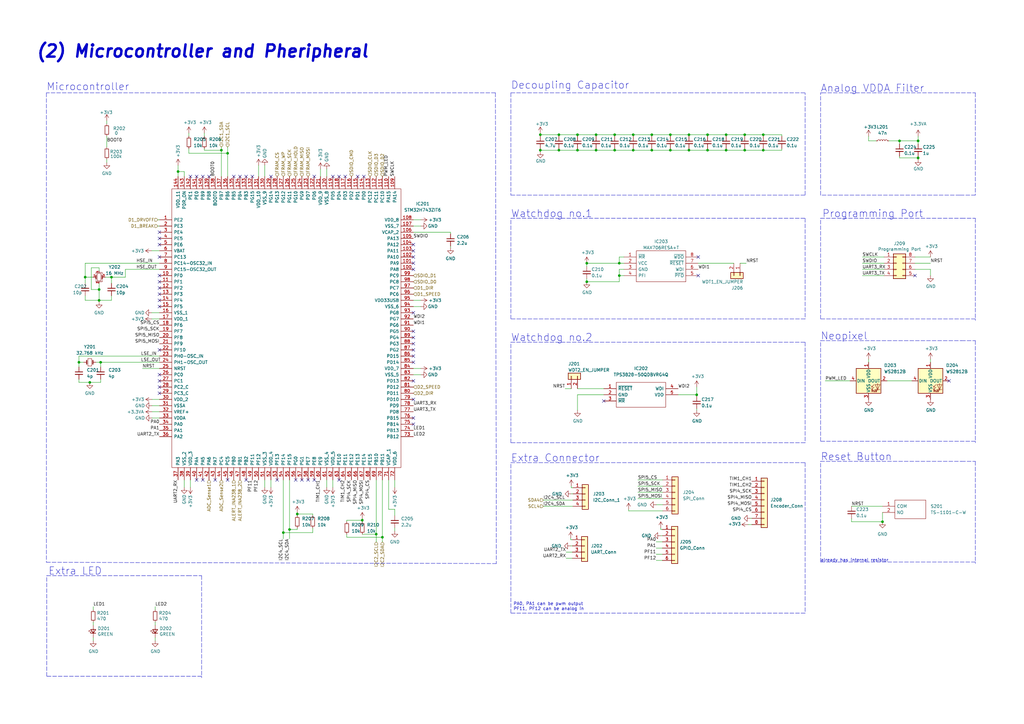
<source format=kicad_sch>
(kicad_sch (version 20211123) (generator eeschema)
  (paper "A3")
  (title_block (title "Power") (rev "REV1") (company "FIBO"))
  (junction (at 236.855 61.595))
  (junction (at 156.845 220.345))
  (junction (at 244.475 61.595))
  (junction (at 267.335 55.245))
  (junction (at 282.575 55.245))
  (junction (at 236.855 55.245))
  (junction (at 274.955 55.245))
  (junction (at 244.475 55.245))
  (junction (at 148.59 213.36))
  (junction (at 90.805 61.595))
  (junction (at 252.095 55.245))
  (junction (at 254 113.03))
  (junction (at 297.815 61.595))
  (junction (at 34.925 113.665))
  (junction (at 254 107.95))
  (junction (at 40.64 123.19))
  (junction (at 229.235 55.245))
  (junction (at 297.815 55.245))
  (junction (at 118.745 217.17))
  (junction (at 376.555 57.785))
  (junction (at 368.935 57.785))
  (junction (at 41.275 148.59))
  (junction (at 259.715 61.595))
  (junction (at 221.615 61.595))
  (junction (at 40.64 118.745))
  (junction (at 240.665 107.95))
  (junction (at 305.435 61.595))
  (junction (at 274.955 61.595))
  (junction (at 252.095 61.595))
  (junction (at 93.345 62.865))
  (junction (at 221.615 55.245))
  (junction (at 73.025 70.358))
  (junction (at 116.205 218.44))
  (junction (at 290.195 55.245))
  (junction (at 240.665 115.57))
  (junction (at 259.715 55.245))
  (junction (at 36.83 156.845))
  (junction (at 229.235 61.595))
  (junction (at 282.575 61.595))
  (junction (at 121.92 210.82))
  (junction (at 290.195 61.595))
  (junction (at 45.72 113.665))
  (junction (at 285.75 161.925))
  (junction (at 376.555 64.77))
  (junction (at 267.335 61.595))
  (junction (at 305.435 55.245))
  (junction (at 313.055 55.245))
  (junction (at 361.95 213.995))
  (junction (at 313.055 61.595))
  (junction (at 32.385 148.59))
  (junction (at 154.305 219.075))
  (no_connect (at 93.345 196.85))
  (no_connect (at 80.645 196.85))
  (no_connect (at 113.665 196.85))
  (no_connect (at 100.965 196.85))
  (no_connect (at 121.285 196.85))
  (no_connect (at 123.825 196.85))
  (no_connect (at 126.365 196.85))
  (no_connect (at 128.905 196.85))
  (no_connect (at 139.065 196.85))
  (no_connect (at 286.385 113.03))
  (no_connect (at 286.385 105.41))
  (no_connect (at 65.405 161.29))
  (no_connect (at 65.405 158.75))
  (no_connect (at 65.405 156.21))
  (no_connect (at 65.405 153.67))
  (no_connect (at 65.405 125.73))
  (no_connect (at 65.405 143.51))
  (no_connect (at 65.405 123.19))
  (no_connect (at 65.405 120.65))
  (no_connect (at 65.405 118.11))
  (no_connect (at 65.405 115.57))
  (no_connect (at 65.405 113.03))
  (no_connect (at 78.105 72.39))
  (no_connect (at 80.645 72.39))
  (no_connect (at 83.185 72.39))
  (no_connect (at 85.725 72.39))
  (no_connect (at 65.405 105.41))
  (no_connect (at 65.405 100.33))
  (no_connect (at 65.405 97.79))
  (no_connect (at 65.405 95.25))
  (no_connect (at 103.505 72.39))
  (no_connect (at 169.545 143.51))
  (no_connect (at 169.545 140.97))
  (no_connect (at 247.65 164.465))
  (no_connect (at 111.125 72.39))
  (no_connect (at 128.905 72.39))
  (no_connect (at 136.525 72.39))
  (no_connect (at 139.065 72.39))
  (no_connect (at 141.605 72.39))
  (no_connect (at 146.685 72.39))
  (no_connect (at 149.225 72.39))
  (no_connect (at 169.545 100.33))
  (no_connect (at 169.545 102.87))
  (no_connect (at 169.545 105.41))
  (no_connect (at 169.545 107.95))
  (no_connect (at 169.545 148.59))
  (no_connect (at 169.545 110.49))
  (no_connect (at 169.545 128.27))
  (no_connect (at 169.545 135.89))
  (no_connect (at 169.545 138.43))
  (no_connect (at 169.545 146.05))
  (no_connect (at 169.545 156.21))
  (no_connect (at 169.545 163.83))
  (no_connect (at 169.545 171.45))
  (no_connect (at 169.545 173.99))
  (no_connect (at 375.285 113.03))
  (no_connect (at 100.965 72.39))
  (no_connect (at 98.425 72.39))
  (no_connect (at 95.885 72.39))
  (no_connect (at 83.185 196.85))
  (no_connect (at 88.265 196.85))
  (no_connect (at 389.255 156.21))
  (wire (pts (xy 356.235 147.32) (xy 356.235 148.59)))
  (wire (pts (xy 236.855 55.245) (xy 236.855 55.88)))
  (wire (pts (xy 271.018 219.71) (xy 271.653 219.71)))
  (wire (pts (xy 305.435 61.595) (xy 313.055 61.595)))
  (wire (pts (xy 234.061 223.901) (xy 234.696 223.901)))
  (wire (pts (xy 271.018 216.535) (xy 271.018 217.17)))
  (wire (pts (xy 83.82 60.96) (xy 83.82 61.595)))
  (wire (pts (xy 252.095 60.96) (xy 252.095 61.595)))
  (wire (pts (xy 133.985 199.898) (xy 133.985 196.85)))
  (wire (pts (xy 349.25 213.995) (xy 361.95 213.995)))
  (wire (pts (xy 116.205 218.44) (xy 128.27 218.44)))
  (wire (pts (xy 62.23 130.81) (xy 65.405 130.81)))
  (polyline (pts (xy 400.05 114.935) (xy 400.05 131.445)))
  (wire (pts (xy 269.113 222.25) (xy 271.653 222.25)))
  (wire (pts (xy 221.615 60.96) (xy 221.615 61.595)))
  (wire (pts (xy 254 115.57) (xy 240.665 115.57)))
  (wire (pts (xy 240.665 114.3) (xy 240.665 115.57)))
  (wire (pts (xy 34.925 121.285) (xy 34.925 123.19)))
  (polyline (pts (xy 330.2 130.81) (xy 209.55 130.81)))
  (wire (pts (xy 41.275 148.59) (xy 41.275 150.495)))
  (wire (pts (xy 356.235 55.88) (xy 356.235 57.785)))
  (wire (pts (xy 154.305 196.85) (xy 154.305 219.075)))
  (wire (pts (xy 78.105 199.898) (xy 78.105 196.85)))
  (wire (pts (xy 261.62 196.85) (xy 271.78 196.85)))
  (polyline (pts (xy 400.05 139.7) (xy 400.05 165.1)))
  (wire (pts (xy 261.62 204.47) (xy 271.78 204.47)))
  (polyline (pts (xy 394.335 89.535) (xy 400.05 89.535)))
  (wire (pts (xy 221.615 61.595) (xy 229.235 61.595)))
  (wire (pts (xy 306.07 107.95) (xy 303.53 107.95)))
  (wire (pts (xy 376.555 64.77) (xy 376.555 65.405)))
  (wire (pts (xy 172.593 123.19) (xy 169.545 123.19)))
  (wire (pts (xy 45.72 113.665) (xy 51.435 113.665)))
  (wire (pts (xy 244.475 55.245) (xy 252.095 55.245)))
  (wire (pts (xy 83.82 61.595) (xy 90.805 61.595)))
  (polyline (pts (xy 400.05 130.81) (xy 336.55 130.81)))
  (wire (pts (xy 159.385 208.915) (xy 161.925 208.915)))
  (wire (pts (xy 305.435 55.245) (xy 305.435 55.88)))
  (wire (pts (xy 121.92 216.535) (xy 121.92 217.17)))
  (polyline (pts (xy 400.05 89.535) (xy 400.05 114.935)))
  (wire (pts (xy 320.675 55.245) (xy 320.675 55.88)))
  (wire (pts (xy 286.385 107.95) (xy 300.99 107.95)))
  (wire (pts (xy 34.925 113.665) (xy 34.925 107.95)))
  (wire (pts (xy 313.055 60.96) (xy 313.055 61.595)))
  (polyline (pts (xy 330.2 89.535) (xy 330.2 130.81)))
  (wire (pts (xy 77.47 54.61) (xy 77.47 55.88)))
  (wire (pts (xy 274.955 55.245) (xy 274.955 55.88)))
  (wire (pts (xy 353.695 110.49) (xy 362.585 110.49)))
  (polyline (pts (xy 400.05 189.23) (xy 400.05 214.63)))
  (wire (pts (xy 172.593 153.67) (xy 169.545 153.67)))
  (wire (pts (xy 62.23 128.27) (xy 65.405 128.27)))
  (wire (pts (xy 73.025 70.358) (xy 73.025 72.39)))
  (wire (pts (xy 348.615 156.21) (xy 338.455 156.21)))
  (wire (pts (xy 254 113.03) (xy 254 115.57)))
  (wire (pts (xy 229.235 61.595) (xy 236.855 61.595)))
  (wire (pts (xy 159.385 196.85) (xy 159.385 208.915)))
  (wire (pts (xy 32.385 146.05) (xy 65.405 146.05)))
  (polyline (pts (xy 19.05 38.1) (xy 19.05 230.632)))
  (wire (pts (xy 32.385 148.59) (xy 32.385 146.05)))
  (wire (pts (xy 142.24 213.36) (xy 148.59 213.36)))
  (wire (pts (xy 32.385 150.495) (xy 32.385 148.59)))
  (wire (pts (xy 236.855 60.96) (xy 236.855 61.595)))
  (wire (pts (xy 363.855 156.21) (xy 374.015 156.21)))
  (wire (pts (xy 142.24 213.995) (xy 142.24 213.36)))
  (wire (pts (xy 64.77 90.17) (xy 65.405 90.17)))
  (wire (pts (xy 290.195 55.245) (xy 290.195 55.88)))
  (polyline (pts (xy 209.55 181.61) (xy 209.55 140.335)))
  (wire (pts (xy 361.95 210.185) (xy 361.95 213.995)))
  (wire (pts (xy 116.205 220.98) (xy 116.205 218.44)))
  (wire (pts (xy 236.855 159.385) (xy 247.65 159.385)))
  (wire (pts (xy 63.627 262.763) (xy 63.627 261.493)))
  (wire (pts (xy 236.855 55.245) (xy 244.475 55.245)))
  (wire (pts (xy 40.64 123.19) (xy 45.72 123.19)))
  (wire (pts (xy 282.575 55.245) (xy 290.195 55.245)))
  (wire (pts (xy 368.935 57.785) (xy 376.555 57.785)))
  (wire (pts (xy 121.92 210.82) (xy 121.92 211.455)))
  (wire (pts (xy 232.156 226.441) (xy 234.696 226.441)))
  (wire (pts (xy 40.64 118.745) (xy 37.465 118.745)))
  (wire (pts (xy 37.465 118.745) (xy 37.465 109.855)))
  (wire (pts (xy 34.925 107.95) (xy 65.405 107.95)))
  (wire (pts (xy 269.113 227.33) (xy 271.653 227.33)))
  (wire (pts (xy 172.593 92.71) (xy 169.545 92.71)))
  (wire (pts (xy 45.72 123.19) (xy 45.72 121.285)))
  (wire (pts (xy 43.815 49.53) (xy 43.815 50.8)))
  (wire (pts (xy 290.195 55.245) (xy 297.815 55.245)))
  (polyline (pts (xy 400.05 63.5) (xy 400.05 80.01)))
  (wire (pts (xy 90.805 61.595) (xy 90.805 72.39)))
  (wire (pts (xy 274.955 60.96) (xy 274.955 61.595)))
  (wire (pts (xy 274.955 55.245) (xy 282.575 55.245)))
  (wire (pts (xy 34.925 116.205) (xy 34.925 113.665)))
  (wire (pts (xy 63.627 256.413) (xy 63.627 255.143)))
  (wire (pts (xy 156.845 222.25) (xy 156.845 220.345)))
  (wire (pts (xy 364.49 57.785) (xy 368.935 57.785)))
  (wire (pts (xy 353.695 105.41) (xy 362.585 105.41)))
  (wire (pts (xy 62.357 166.37) (xy 65.405 166.37)))
  (wire (pts (xy 381.635 107.95) (xy 375.285 107.95)))
  (wire (pts (xy 38.227 262.763) (xy 38.227 261.493)))
  (wire (pts (xy 118.745 220.98) (xy 118.745 217.17)))
  (wire (pts (xy 64.77 92.71) (xy 65.405 92.71)))
  (polyline (pts (xy 336.55 230.505) (xy 336.55 189.23)))
  (wire (pts (xy 271.653 217.17) (xy 271.018 217.17)))
  (wire (pts (xy 121.92 210.185) (xy 121.92 210.82)))
  (polyline (pts (xy 209.55 130.81) (xy 209.55 89.535)))
  (wire (pts (xy 261.62 199.39) (xy 271.78 199.39)))
  (wire (pts (xy 39.37 148.59) (xy 41.275 148.59)))
  (polyline (pts (xy 330.2 189.738) (xy 330.2 251.46)))
  (wire (pts (xy 62.23 102.87) (xy 65.405 102.87)))
  (wire (pts (xy 40.64 109.855) (xy 40.64 111.125)))
  (wire (pts (xy 297.815 55.245) (xy 297.815 55.88)))
  (wire (pts (xy 75.565 72.39) (xy 75.565 70.358)))
  (wire (pts (xy 362.585 113.03) (xy 353.695 113.03)))
  (wire (pts (xy 252.095 61.595) (xy 259.715 61.595)))
  (wire (pts (xy 108.585 199.898) (xy 108.585 196.85)))
  (wire (pts (xy 297.815 61.595) (xy 305.435 61.595)))
  (polyline (pts (xy 400.05 214.63) (xy 400.05 231.14)))
  (wire (pts (xy 229.235 55.245) (xy 229.235 55.88)))
  (wire (pts (xy 259.715 55.245) (xy 259.715 55.88)))
  (wire (pts (xy 259.715 61.595) (xy 267.335 61.595)))
  (wire (pts (xy 161.925 216.535) (xy 161.925 217.805)))
  (wire (pts (xy 128.27 210.82) (xy 128.27 211.455)))
  (wire (pts (xy 282.575 55.245) (xy 282.575 55.88)))
  (polyline (pts (xy 337.185 38.1) (xy 394.335 38.1)))
  (wire (pts (xy 349.25 207.645) (xy 361.95 207.645)))
  (wire (pts (xy 305.435 55.245) (xy 313.055 55.245)))
  (wire (pts (xy 161.925 208.915) (xy 161.925 211.455)))
  (polyline (pts (xy 336.55 130.81) (xy 336.55 89.535)))
  (wire (pts (xy 254 105.41) (xy 254 107.95)))
  (polyline (pts (xy 209.55 189.738) (xy 330.2 189.738)))
  (wire (pts (xy 254 107.95) (xy 255.905 107.95)))
  (wire (pts (xy 73.025 67.818) (xy 73.025 70.358)))
  (polyline (pts (xy 400.05 165.1) (xy 400.05 181.61)))
  (wire (pts (xy 161.925 199.898) (xy 161.925 196.85)))
  (wire (pts (xy 285.75 167.64) (xy 285.75 168.275)))
  (wire (pts (xy 257.81 209.55) (xy 271.78 209.55)))
  (wire (pts (xy 290.195 61.595) (xy 297.815 61.595)))
  (wire (pts (xy 229.235 55.245) (xy 236.855 55.245)))
  (wire (pts (xy 306.832 215.138) (xy 308.356 215.138)))
  (wire (pts (xy 244.475 61.595) (xy 252.095 61.595)))
  (wire (pts (xy 376.555 55.88) (xy 376.555 57.785)))
  (wire (pts (xy 269.24 207.01) (xy 271.78 207.01)))
  (wire (pts (xy 381.635 147.32) (xy 381.635 148.59)))
  (wire (pts (xy 257.81 208.915) (xy 257.81 209.55)))
  (wire (pts (xy 43.18 113.665) (xy 45.72 113.665)))
  (wire (pts (xy 106.045 67.818) (xy 106.045 72.39)))
  (wire (pts (xy 282.575 61.595) (xy 290.195 61.595)))
  (polyline (pts (xy 76.962 236.093) (xy 82.677 236.093)))
  (wire (pts (xy 172.593 125.73) (xy 169.545 125.73)))
  (wire (pts (xy 169.545 95.25) (xy 184.785 95.25)))
  (polyline (pts (xy 336.55 38.1) (xy 337.185 38.1)))
  (wire (pts (xy 41.275 155.575) (xy 41.275 156.845)))
  (polyline (pts (xy 19.177 236.093) (xy 76.962 236.093)))
  (wire (pts (xy 172.593 90.17) (xy 169.545 90.17)))
  (wire (pts (xy 313.055 55.245) (xy 320.675 55.245)))
  (wire (pts (xy 222.885 205.105) (xy 234.95 205.105)))
  (wire (pts (xy 45.72 113.665) (xy 45.72 116.205)))
  (wire (pts (xy 349.25 212.725) (xy 349.25 213.995)))
  (wire (pts (xy 34.925 113.665) (xy 38.1 113.665)))
  (wire (pts (xy 40.64 116.205) (xy 40.64 118.745)))
  (wire (pts (xy 62.357 168.91) (xy 65.405 168.91)))
  (wire (pts (xy 142.24 220.345) (xy 156.845 220.345)))
  (wire (pts (xy 234.696 221.361) (xy 234.061 221.361)))
  (wire (pts (xy 111.125 199.898) (xy 111.125 196.85)))
  (wire (pts (xy 34.925 123.19) (xy 40.64 123.19)))
  (wire (pts (xy 240.665 107.95) (xy 254 107.95)))
  (wire (pts (xy 154.305 222.25) (xy 154.305 219.075)))
  (wire (pts (xy 221.615 55.245) (xy 229.235 55.245)))
  (wire (pts (xy 236.855 61.595) (xy 244.475 61.595)))
  (polyline (pts (xy 336.55 189.23) (xy 394.335 189.23)))
  (wire (pts (xy 236.855 161.925) (xy 236.855 168.275)))
  (polyline (pts (xy 209.55 38.1) (xy 330.2 38.1)))
  (wire (pts (xy 240.665 107.95) (xy 240.665 109.22)))
  (wire (pts (xy 282.575 60.96) (xy 282.575 61.595)))
  (wire (pts (xy 254 110.49) (xy 254 113.03)))
  (wire (pts (xy 269.113 224.79) (xy 271.653 224.79)))
  (wire (pts (xy 278.13 161.925) (xy 285.75 161.925)))
  (wire (pts (xy 261.62 201.93) (xy 271.78 201.93)))
  (wire (pts (xy 368.935 57.785) (xy 368.935 59.055)))
  (wire (pts (xy 221.615 54.61) (xy 221.615 55.245)))
  (polyline (pts (xy 330.2 140.335) (xy 330.2 181.61)))
  (wire (pts (xy 184.785 95.25) (xy 184.785 95.885)))
  (wire (pts (xy 234.315 199.39) (xy 234.315 200.025)))
  (wire (pts (xy 375.285 110.49) (xy 381.635 110.49)))
  (wire (pts (xy 376.555 64.77) (xy 368.935 64.77)))
  (wire (pts (xy 172.593 151.13) (xy 169.545 151.13)))
  (polyline (pts (xy 400.05 80.01) (xy 393.7 80.01)))
  (polyline (pts (xy 203.2 38.1) (xy 19.05 38.1)))
  (wire (pts (xy 267.335 55.245) (xy 274.955 55.245)))
  (wire (pts (xy 252.095 55.245) (xy 252.095 55.88)))
  (wire (pts (xy 229.235 60.96) (xy 229.235 61.595)))
  (wire (pts (xy 62.357 163.83) (xy 65.405 163.83)))
  (wire (pts (xy 234.061 220.726) (xy 234.061 221.361)))
  (wire (pts (xy 51.435 113.665) (xy 51.435 110.49)))
  (wire (pts (xy 32.385 155.575) (xy 32.385 156.845)))
  (wire (pts (xy 297.815 55.245) (xy 305.435 55.245)))
  (polyline (pts (xy 82.677 236.093) (xy 82.677 261.493)))
  (wire (pts (xy 247.65 161.925) (xy 236.855 161.925)))
  (wire (pts (xy 356.235 57.785) (xy 359.41 57.785)))
  (wire (pts (xy 40.64 123.19) (xy 40.64 123.825)))
  (wire (pts (xy 38.227 256.413) (xy 38.227 255.143)))
  (wire (pts (xy 313.055 61.595) (xy 320.675 61.595)))
  (wire (pts (xy 75.565 70.358) (xy 73.025 70.358)))
  (polyline (pts (xy 330.2 80.01) (xy 330.2 38.1)))
  (wire (pts (xy 259.715 55.245) (xy 267.335 55.245)))
  (wire (pts (xy 255.905 105.41) (xy 254 105.41)))
  (polyline (pts (xy 336.55 180.975) (xy 336.55 139.7)))
  (wire (pts (xy 234.315 202.565) (xy 234.95 202.565)))
  (polyline (pts (xy 400.05 38.1) (xy 400.05 63.5)))
  (wire (pts (xy 313.055 55.245) (xy 313.055 55.88)))
  (wire (pts (xy 232.156 228.981) (xy 234.696 228.981)))
  (polyline (pts (xy 400.05 180.975) (xy 336.55 180.975)))
  (wire (pts (xy 51.435 110.49) (xy 65.405 110.49)))
  (wire (pts (xy 43.815 55.88) (xy 43.815 60.325)))
  (wire (pts (xy 118.745 196.85) (xy 118.745 217.17)))
  (wire (pts (xy 75.565 199.898) (xy 75.565 196.85)))
  (wire (pts (xy 255.905 110.49) (xy 254 110.49)))
  (polyline (pts (xy 209.55 89.535) (xy 330.2 89.535)))
  (polyline (pts (xy 82.677 261.493) (xy 82.677 278.003)))
  (wire (pts (xy 62.357 171.45) (xy 65.405 171.45)))
  (polyline (pts (xy 330.2 181.61) (xy 209.55 181.61)))
  (polyline (pts (xy 19.177 277.368) (xy 19.177 236.093)))
  (wire (pts (xy 244.475 60.96) (xy 244.475 61.595)))
  (wire (pts (xy 267.335 55.245) (xy 267.335 55.88)))
  (polyline (pts (xy 330.2 251.46) (xy 209.55 251.46)))
  (polyline (pts (xy 394.335 139.7) (xy 400.05 139.7)))
  (wire (pts (xy 376.555 64.135) (xy 376.555 64.77)))
  (wire (pts (xy 108.585 67.818) (xy 108.585 72.39)))
  (wire (pts (xy 222.885 207.645) (xy 234.95 207.645)))
  (wire (pts (xy 285.75 161.925) (xy 285.75 158.75)))
  (polyline (pts (xy 336.55 89.535) (xy 394.335 89.535)))
  (wire (pts (xy 136.525 199.898) (xy 136.525 196.85)))
  (wire (pts (xy 142.24 219.075) (xy 142.24 220.345)))
  (wire (pts (xy 43.815 65.405) (xy 43.815 66.675)))
  (polyline (pts (xy 82.677 277.368) (xy 19.177 277.368)))
  (polyline (pts (xy 209.55 80.01) (xy 330.2 80.01)))
  (wire (pts (xy 305.435 60.96) (xy 305.435 61.595)))
  (wire (pts (xy 128.27 216.535) (xy 128.27 218.44)))
  (wire (pts (xy 37.465 109.855) (xy 40.64 109.855)))
  (wire (pts (xy 93.345 60.325) (xy 93.345 62.865)))
  (wire (pts (xy 267.335 60.96) (xy 267.335 61.595)))
  (wire (pts (xy 221.615 61.595) (xy 221.615 62.23)))
  (wire (pts (xy 234.315 159.385) (xy 231.775 159.385)))
  (wire (pts (xy 297.815 60.96) (xy 297.815 61.595)))
  (wire (pts (xy 148.59 213.36) (xy 148.59 213.995)))
  (wire (pts (xy 63.627 250.063) (xy 63.627 248.793)))
  (wire (pts (xy 133.985 69.342) (xy 133.985 72.39)))
  (wire (pts (xy 362.585 107.95) (xy 353.695 107.95)))
  (wire (pts (xy 376.555 57.785) (xy 376.555 59.055)))
  (wire (pts (xy 368.935 64.77) (xy 368.935 64.135)))
  (polyline (pts (xy 336.55 139.7) (xy 394.335 139.7)))
  (wire (pts (xy 148.59 212.725) (xy 148.59 213.36)))
  (wire (pts (xy 38.227 250.063) (xy 38.227 248.793)))
  (wire (pts (xy 93.345 62.865) (xy 93.345 72.39)))
  (wire (pts (xy 116.205 196.85) (xy 116.205 218.44)))
  (wire (pts (xy 41.275 156.845) (xy 36.83 156.845)))
  (wire (pts (xy 156.845 196.85) (xy 156.845 220.345)))
  (wire (pts (xy 252.095 55.245) (xy 259.715 55.245)))
  (polyline (pts (xy 19.05 230.632) (xy 203.581 231.14)))
  (wire (pts (xy 41.275 148.59) (xy 65.405 148.59)))
  (polyline (pts (xy 209.55 251.46) (xy 209.55 189.738)))
  (wire (pts (xy 320.675 61.595) (xy 320.675 60.96)))
  (polyline (pts (xy 209.55 38.1) (xy 209.55 80.01)))
  (wire (pts (xy 131.445 69.342) (xy 131.445 72.39)))
  (wire (pts (xy 259.715 60.96) (xy 259.715 61.595)))
  (wire (pts (xy 269.113 229.87) (xy 271.653 229.87)))
  (wire (pts (xy 234.95 200.025) (xy 234.315 200.025)))
  (wire (pts (xy 77.47 60.96) (xy 77.47 62.865)))
  (wire (pts (xy 307.721 212.598) (xy 308.356 212.598)))
  (wire (pts (xy 121.92 217.17) (xy 118.745 217.17)))
  (wire (pts (xy 184.785 100.965) (xy 184.785 101.6)))
  (wire (pts (xy 77.47 62.865) (xy 93.345 62.865)))
  (wire (pts (xy 267.335 61.595) (xy 274.955 61.595)))
  (wire (pts (xy 40.64 118.745) (xy 40.64 123.19)))
  (polyline (pts (xy 336.55 80.01) (xy 336.55 38.1)))
  (wire (pts (xy 381.635 110.49) (xy 381.635 113.03)))
  (wire (pts (xy 221.615 55.245) (xy 221.615 55.88)))
  (wire (pts (xy 244.475 55.245) (xy 244.475 55.88)))
  (polyline (pts (xy 400.05 230.505) (xy 336.55 230.505)))
  (wire (pts (xy 83.82 54.61) (xy 83.82 55.88)))
  (wire (pts (xy 290.195 60.96) (xy 290.195 61.595)))
  (wire (pts (xy 121.92 210.82) (xy 128.27 210.82)))
  (wire (pts (xy 381.635 105.41) (xy 375.285 105.41)))
  (wire (pts (xy 32.385 156.845) (xy 36.83 156.845)))
  (polyline (pts (xy 209.55 140.335) (xy 330.2 140.335)))
  (polyline (pts (xy 394.335 189.23) (xy 400.05 189.23)))
  (polyline (pts (xy 394.335 38.1) (xy 400.05 38.1)))
  (wire (pts (xy 254 113.03) (xy 255.905 113.03)))
  (wire (pts (xy 32.385 148.59) (xy 34.29 148.59)))
  (wire (pts (xy 274.955 61.595) (xy 282.575 61.595)))
  (polyline (pts (xy 393.7 80.01) (xy 336.55 80.01)))
  (wire (pts (xy 148.59 219.075) (xy 154.305 219.075)))
  (wire (pts (xy 90.805 60.325) (xy 90.805 61.595)))
  (wire (pts (xy 285.75 161.925) (xy 285.75 162.56)))
  (wire (pts (xy 58.42 151.13) (xy 65.405 151.13)))
  (polyline (pts (xy 203.2 38.1) (xy 203.581 231.14)))
  (text "Neopixel" (at 336.55 139.7 0) (effects (font (size 3 3)) (justify left bottom)))
  (text "Microcontroller\n" (at 19.05 37.465 0) (effects (font (size 3 3)) (justify left bottom)))
  (text "PA0, PA1 can be pwm output\nPF11, PF12 can be analog in" (at 210.566 250.571 0) (effects (font (size 1.27 1.27)) (justify left bottom)))
  (text "Watchdog no.2" (at 209.55 140.335 0) (effects (font (size 3 3)) (justify left bottom)))
  (text "Extra LED\n" (at 19.812 236.093 0) (effects (font (size 3 3)) (justify left bottom)))
  (text "Analog VDDA Filter" (at 336.55 38.1 0) (effects (font (size 3 3)) (justify left bottom)))
  (text "Watchdog no.1" (at 209.55 89.535 0) (effects (font (size 3 3)) (justify left bottom)))
  (text "Reset Button\n" (at 336.55 189.23 0) (effects (font (size 3 3)) (justify left bottom)))
  (text "already has internal resistor" (at 336.55 230.632 0) (effects (font (size 1.27 1.27)) (justify left bottom)))
  (text "Programming Port" (at 337.185 89.535 0) (effects (font (size 3 3)) (justify left bottom)))
  (text "Decoupling Capacitor\n" (at 209.55 36.83 0) (effects (font (size 3 3)) (justify left bottom)))
  (text "(2) Microcontroller and Pheripheral" (at 14.605 24.13 0) (effects (font (size 5 5) (thickness 1) bold italic) (justify left bottom)))
  (text "Extra Connector" (at 209.55 189.738 0) (effects (font (size 3 3)) (justify left bottom)))
  (label "LSE_IN" (at 57.785 146.05 0))
  (label "SPI5_SCK" (at 261.62 199.39 0))
  (label "PF12" (at 269.113 229.87 180))
  (label "SPI4_MISO" (at 146.685 196.85 270))
  (label "UART3_TX" (at 169.545 168.91 0))
  (label "SPI5_CS" (at 65.405 133.35 180))
  (label "I2C4_SDA" (at 118.745 220.98 270))
  (label "BOOT0" (at 43.815 58.42 0))
  (label "SWCLK" (at 161.925 72.39 90))
  (label "WDI2" (at 169.545 130.81 0))
  (label "UART2_TX" (at 65.405 179.07 180))
  (label "SWDIO" (at 353.695 107.95 0))
  (label "TIM1_CH1" (at 308.356 197.358 180))
  (label "I2C4_SCL" (at 116.205 220.98 270))
  (label "SPI5_SCK" (at 65.405 135.89 180))
  (label "UART3_TX" (at 353.695 113.03 0))
  (label "SPI4_CS" (at 308.356 210.058 180))
  (label "PA1" (at 269.113 224.79 180))
  (label "UART2_RX" (at 232.156 228.981 180))
  (label "WDI2" (at 278.13 159.385 0))
  (label "TIM1_CH1" (at 131.445 196.85 270))
  (label "SPI4_CS" (at 151.765 196.85 270))
  (label "PWM_LED" (at 159.385 72.39 90))
  (label "SPI4_MOSI" (at 149.225 196.85 270))
  (label "WDI1" (at 286.385 110.49 0))
  (label "NRST" (at 306.07 107.95 0))
  (label "TIM1_CH2" (at 141.605 196.85 270))
  (label "UART3_RX" (at 353.695 110.49 0))
  (label "SPI4_SCK" (at 144.145 196.85 270))
  (label "WDI1" (at 169.545 133.35 0))
  (label "SWDIO" (at 169.545 97.79 0))
  (label "PF12" (at 106.045 196.85 270))
  (label "LSE_OUT" (at 57.785 148.59 0))
  (label "I2C4_SCL" (at 231.775 205.105 180))
  (label "PF11" (at 269.113 227.33 180))
  (label "UART2_RX" (at 73.025 196.85 270))
  (label "NRST" (at 349.25 207.645 0))
  (label "NRST" (at 381.635 107.95 0))
  (label "SWCLK" (at 353.695 105.41 0))
  (label "LED2" (at 63.627 248.793 0))
  (label "PF11" (at 103.505 196.85 270))
  (label "SPI5_CS" (at 261.62 196.85 0))
  (label "SPI4_MISO" (at 308.356 204.978 180))
  (label "BOOT0" (at 88.265 72.39 90))
  (label "SPI4_MOSI" (at 308.356 207.518 180))
  (label "HSE_OUT" (at 55.88 110.49 0))
  (label "UART2_TX" (at 232.156 226.441 180))
  (label "PA0" (at 269.113 222.25 180))
  (label "SPI5_MISO" (at 65.405 138.43 180))
  (label "SPI5_MISO" (at 261.62 201.93 0))
  (label "SPI5_MOSI" (at 261.62 204.47 0))
  (label "PA0" (at 65.405 173.99 180))
  (label "NRST" (at 58.42 151.13 0))
  (label "NRST" (at 231.775 159.385 180))
  (label "LED2" (at 169.545 179.07 0))
  (label "TIM1_CH2" (at 308.356 199.898 180))
  (label "LED1" (at 38.227 248.793 0))
  (label "I2C4_SDA" (at 231.775 207.645 180))
  (label "PA1" (at 65.405 176.53 180))
  (label "SPI4_SCK" (at 308.356 202.438 180))
  (label "PWM_LED" (at 338.455 156.21 0))
  (label "UART3_RX" (at 169.545 166.37 0))
  (label "HSE_IN" (at 55.88 107.95 0))
  (label "LED1" (at 169.545 176.53 0))
  (label "SPI5_MOSI" (at 65.405 140.97 180))
  (hierarchical_label "FRAM_WP" (shape input) (at 116.205 72.39 90))
  (hierarchical_label "SDIO_CMD" (shape input) (at 144.145 72.39 90))
  (hierarchical_label "SDIO_D2" (shape input) (at 156.845 72.39 90))
  (hierarchical_label "ALERT_INA238_1" (shape input) (at 95.885 196.85 270))
  (hierarchical_label "SDIO_D1" (shape input) (at 169.545 113.03 0))
  (hierarchical_label "D1_DRVOFF" (shape input) (at 64.77 90.17 180))
  (hierarchical_label "SCL4" (shape input) (at 222.885 207.645 180))
  (hierarchical_label "ADC_Sense2" (shape input) (at 90.805 196.85 270))
  (hierarchical_label "I2C1_SCL" (shape input) (at 93.345 60.325 90))
  (hierarchical_label "FRAM_SCK" (shape input) (at 118.745 72.39 90))
  (hierarchical_label "FRAM_HOLD" (shape input) (at 121.285 72.39 90))
  (hierarchical_label "SDIO_D3" (shape input) (at 154.305 72.39 90))
  (hierarchical_label "FRAM_CS" (shape input) (at 113.665 72.39 90))
  (hierarchical_label "ALERT_INA238_2" (shape input) (at 98.425 196.85 270))
  (hierarchical_label "SDIO_D0" (shape input) (at 169.545 115.57 0))
  (hierarchical_label "I2C2_SDA" (shape input) (at 156.845 222.25 270))
  (hierarchical_label "D1_DIR" (shape input) (at 169.545 118.11 0))
  (hierarchical_label "FRAM_MOSI" (shape input) (at 126.365 72.39 90))
  (hierarchical_label "D2_DIR" (shape input) (at 169.545 161.29 0))
  (hierarchical_label "SDIO_CLK" (shape input) (at 151.765 72.39 90))
  (hierarchical_label "D1_BREAK" (shape input) (at 64.77 92.71 180))
  (hierarchical_label "D1_SPEED" (shape input) (at 169.545 120.65 0))
  (hierarchical_label "D2_SPEED" (shape input) (at 169.545 158.75 0))
  (hierarchical_label "FRAM_MISO" (shape input) (at 123.825 72.39 90))
  (hierarchical_label "SDA4" (shape input) (at 222.885 205.105 180))
  (hierarchical_label "ADC_Sense1" (shape input) (at 85.725 196.85 270))
  (hierarchical_label "I2C1_SDA" (shape input) (at 90.805 60.325 90))
  (hierarchical_label "I2C2_SCL" (shape input) (at 154.305 222.25 270))
  (symbol (lib_id "power:GND") (at 62.23 128.27 270) (unit 1)
    (property "Reference" "#PWR0207" (effects hide))
    (property "Value" "GND" (at 55.245 128.27 90) (effects (justify left)))
  )
  (symbol (lib_id "SamacSys_Parts:MAX706RESA+T") (at 255.905 105.41 0) (unit 1)
    (property "Reference" "IC203" (at 271.145 99.06 0))
    (property "Value" "MAX706RESA+T" (at 271.145 101.6 0))
    (property "Footprint" "SamacSys_Parts:SOIC127P600X175-8N" (effects hide))
    (property "Datasheet" "https://pdfserv.maximintegrated.com/en/ds/MAX706AP-MAX708T.pdf" (effects hide))
    (property "Description" "MAXIM INTEGRATED PRODUCTS - MAX706RESA+T - MPU Supervisor, 1.2V-5.5V supply, Active-Low, Push-Pull reset, 200 ms delay/2.63V threshold, NSOIC-8" (effects hide))
    (property "Height" "1.75" (effects hide))
    (property "Manufacturer_Name" "Maxim Integrated" (effects hide))
    (property "Manufacturer_Part_Number" "MAX706RESA+T" (effects hide))
    (property "Mouser Part Number" "700-MAX706RESAT" (effects hide))
    (property "Mouser Price/Stock" "https://www.mouser.co.uk/ProductDetail/Maxim-Integrated/MAX706RESA%2bT?qs=ZlLWvsADX%2FmYLflDyxj85g%3D%3D" (effects hide))
  )
  (symbol (lib_id "Device:C_Small") (at 313.055 58.42 0) (unit 1)
    (property "Reference" "C221" (at 314.96 57.15 0) (effects (justify left)))
    (property "Value" "0.1u" (at 314.96 59.69 0) (effects (justify left)))
    (property "Footprint" "Capacitor_SMD:C_0603_1608Metric" (effects hide))
  )
  (symbol (lib_id "Device:Crystal_GND24_Small") (at 40.64 113.665 0) (unit 1)
    (property "Reference" "Y202" (at 46.99 109.5248 0))
    (property "Value" "16 MHz" (at 46.99 112.0648 0))
    (property "Footprint" "Crystal:Crystal_SMD_3225-4Pin_3.2x2.5mm" (effects hide))
  )
  (symbol (lib_id "power:+3.3V") (at 356.235 147.32 0) (unit 1)
    (property "Reference" "#PWR0116" (effects hide))
    (property "Value" "+3.3V" (at 356.616 142.9258 0))
  )
  (symbol (lib_id "power:+3.3V") (at 234.315 199.39 0) (unit 1)
    (property "Reference" "#PWR0242" (effects hide))
    (property "Value" "+3.3V" (at 234.696 194.9958 0))
  )
  (symbol (lib_id "power:GND") (at 63.627 262.763 0) (unit 1)
    (property "Reference" "#PWR0213" (effects hide))
    (property "Value" "GND" (at 63.754 267.1572 0))
  )
  (symbol (lib_id "power:GND") (at 356.235 163.83 0) (unit 1)
    (property "Reference" "#PWR0260" (effects hide))
    (property "Value" "GND" (at 356.362 168.2242 0))
  )
  (symbol (lib_id "LED:WS2812B") (at 356.235 156.21 0) (unit 1)
    (property "Reference" "D203" (at 362.585 149.86 0) (effects (justify left)))
    (property "Value" "WS2812B" (at 362.585 152.4 0) (effects (justify left)))
    (property "Footprint" "LED_SMD:LED_WS2812B_PLCC4_5.0x5.0mm_P3.2mm" (effects hide))
    (property "Datasheet" "https://cdn-shop.adafruit.com/datasheets/WS2812B.pdf" (effects hide))
  )
  (symbol (lib_id "power:GND") (at 234.061 223.901 270) (unit 1)
    (property "Reference" "#PWR0241" (effects hide))
    (property "Value" "GND" (at 230.251 223.9009 90) (effects (justify right)))
  )
  (symbol (lib_id "Device:C_Small") (at 290.195 58.42 0) (unit 1)
    (property "Reference" "C218" (at 292.1 57.15 0) (effects (justify left)))
    (property "Value" "0.1u" (at 292.1 59.69 0) (effects (justify left)))
    (property "Footprint" "Capacitor_SMD:C_0603_1608Metric" (effects hide))
  )
  (symbol (lib_id "power:GND") (at 236.855 168.275 0) (unit 1)
    (property "Reference" "#PWR0244" (effects hide))
    (property "Value" "GND" (at 236.982 172.6692 0))
  )
  (symbol (lib_id "power:GND") (at 62.357 166.37 270) (unit 1)
    (property "Reference" "#PWR0210" (effects hide))
    (property "Value" "GND" (at 55.372 166.37 90) (effects (justify left)))
  )
  (symbol (lib_id "LED:WS2812B") (at 381.635 156.21 0) (unit 1)
    (property "Reference" "D204" (at 387.985 149.86 0) (effects (justify left)))
    (property "Value" "WS2812B" (at 387.985 152.4 0) (effects (justify left)))
    (property "Footprint" "LED_SMD:LED_WS2812B_PLCC4_5.0x5.0mm_P3.2mm" (effects hide))
    (property "Datasheet" "https://cdn-shop.adafruit.com/datasheets/WS2812B.pdf" (effects hide))
  )
  (symbol (lib_id "power:+3.3VA") (at 376.555 55.88 0) (unit 1)
    (property "Reference" "#PWR0262" (effects hide))
    (property "Value" "+3.3VA" (at 376.555 50.8 0))
  )
  (symbol (lib_id "Device:C_Small") (at 229.235 58.42 0) (unit 1)
    (property "Reference" "C208" (at 231.14 57.15 0) (effects (justify left)))
    (property "Value" "0.1u" (at 231.14 59.69 0) (effects (justify left)))
    (property "Footprint" "Capacitor_SMD:C_0603_1608Metric" (effects hide))
  )
  (symbol (lib_id "power:+3.3V") (at 285.75 158.75 0) (unit 1)
    (property "Reference" "#PWR0251" (effects hide))
    (property "Value" "+3.3V" (at 286.131 154.3558 0))
  )
  (symbol (lib_id "Device:R_Small") (at 148.59 216.535 0) (unit 1)
    (property "Reference" "R210" (at 150.495 215.2649 0) (effects (justify left)))
    (property "Value" "10k" (at 150.495 217.8049 0) (effects (justify left)))
    (property "Footprint" "Resistor_SMD:R_0603_1608Metric" (effects hide))
  )
  (symbol (lib_id "Device:C_Small") (at 368.935 61.595 0) (unit 1)
    (property "Reference" "C224" (at 370.84 60.325 0) (effects (justify left)))
    (property "Value" "0.1u" (at 370.84 62.865 0) (effects (justify left)))
    (property "Footprint" "Capacitor_SMD:C_0603_1608Metric" (effects hide))
  )
  (symbol (lib_id "SamacSys_Parts_4:TPS3828-50QDBVRG4Q") (at 247.65 159.385 0) (unit 1)
    (property "Reference" "IC202" (at 262.89 151.13 0))
    (property "Value" "TPS3828-50QDBVRG4Q" (at 262.89 153.67 0))
    (property "Footprint" "SamacSys_Parts:SOT95P280X145-5N" (effects hide))
    (property "Datasheet" "http://www.ti.com/lit/gpn/TPS3828-Q1" (effects hide))
    (property "Description" "Voltage Monitor With Watchdog Timer for Automotive" (effects hide))
    (property "Height" "1.45" (effects hide))
    (property "Manufacturer_Name" "Texas Instruments" (effects hide))
    (property "Manufacturer_Part_Number" "TPS3828-50QDBVRG4Q" (effects hide))
    (property "Mouser Part Number" "595-PS382850QDBVRG4Q" (effects hide))
    (property "Mouser Price/Stock" "https://www.mouser.co.uk/ProductDetail/Texas-Instruments/TPS3828-50QDBVRG4Q/?qs=N6lMO%252BDQdCpSneG7z0ab2Q%3D%3D" (effects hide))
    (property "Arrow Part Number" "TPS3828-50QDBVRG4Q" (effects hide))
    (property "Arrow Price/Stock" "https://www.arrow.com/en/products/tps3828-50qdbvrg4q/texas-instruments" (effects hide))
  )
  (symbol (lib_id "Device:C_Small") (at 252.095 58.42 0) (unit 1)
    (property "Reference" "C212" (at 254 57.15 0) (effects (justify left)))
    (property "Value" "0.1u" (at 254 59.69 0) (effects (justify left)))
    (property "Footprint" "Capacitor_SMD:C_0603_1608Metric" (effects hide))
  )
  (symbol (lib_id "Device:C_Small") (at 45.72 118.745 0) (unit 1)
    (property "Reference" "C204" (at 47.625 117.475 0) (effects (justify left)))
    (property "Value" "10p" (at 47.625 120.015 0) (effects (justify left)))
    (property "Footprint" "Capacitor_SMD:C_0603_1608Metric" (effects hide))
  )
  (symbol (lib_id "power:+3.3V") (at 221.615 54.61 0) (unit 1)
    (property "Reference" "#PWR0238" (effects hide))
    (property "Value" "+3.3V" (at 222.25 50.8 0))
  )
  (symbol (lib_id "power:+3.3V") (at 62.357 163.83 90) (unit 1)
    (property "Reference" "#PWR0209" (effects hide))
    (property "Value" "+3.3V" (at 59.182 163.83 90) (effects (justify left)))
  )
  (symbol (lib_id "Connector_Generic:Conn_01x04") (at 240.03 202.565 0) (unit 1)
    (property "Reference" "J203" (at 243.205 202.5649 0) (effects (justify left)))
    (property "Value" "I2C_Conn_1" (at 243.205 205.1049 0) (effects (justify left)))
    (property "Footprint" "Connector_JST:JST_XH_B4B-XH-A_1x04_P2.50mm_Vertical" (effects hide))
  )
  (symbol (lib_id "power:+3.3V") (at 78.105 199.898 180) (unit 1)
    (property "Reference" "#PWR0217" (effects hide))
    (property "Value" "+3.3V" (at 78.105 203.073 90) (effects (justify left)))
  )
  (symbol (lib_id "Device:LED_Small") (at 38.227 258.953 90) (unit 1)
    (property "Reference" "D201" (at 40.005 257.7846 90) (effects (justify right)))
    (property "Value" "GREEN" (at 40.005 260.096 90) (effects (justify right)))
    (property "Footprint" "LED_SMD:LED_0603_1608Metric" (effects hide))
  )
  (symbol (lib_id "power:+3.3V") (at 148.59 212.725 0) (unit 1)
    (property "Reference" "#PWR0228" (effects hide))
    (property "Value" "+3.3V" (at 148.971 208.3308 0))
  )
  (symbol (lib_id "Connector_Generic:Conn_01x04") (at 239.776 223.901 0) (unit 1)
    (property "Reference" "J202" (at 242.316 223.9009 0) (effects (justify left)))
    (property "Value" "UART_Conn" (at 242.316 226.4409 0) (effects (justify left)))
    (property "Footprint" "Connector_JST:JST_XH_B4B-XH-A_1x04_P2.50mm_Vertical" (effects hide))
  )
  (symbol (lib_id "power:+3.3V") (at 131.445 69.342 0) (unit 1)
    (property "Reference" "#PWR0224" (effects hide))
    (property "Value" "+3.3V" (at 131.445 66.167 90) (effects (justify left)))
  )
  (symbol (lib_id "Device:C_Small") (at 274.955 58.42 0) (unit 1)
    (property "Reference" "C215" (at 276.86 57.15 0) (effects (justify left)))
    (property "Value" "0.1u" (at 276.86 59.69 0) (effects (justify left)))
    (property "Footprint" "Capacitor_SMD:C_0603_1608Metric" (effects hide))
  )
  (symbol (lib_id "power:GND") (at 172.593 125.73 90) (unit 1)
    (property "Reference" "#PWR0234" (effects hide))
    (property "Value" "GND" (at 179.578 125.73 90) (effects (justify left)))
  )
  (symbol (lib_id "power:+3.3V") (at 62.23 130.81 90) (unit 1)
    (property "Reference" "#PWR0208" (effects hide))
    (property "Value" "+3.3V" (at 59.055 130.81 90) (effects (justify left)))
  )
  (symbol (lib_id "Device:R_Small") (at 43.815 53.34 0) (unit 1)
    (property "Reference" "R202" (at 46.355 52.705 0) (effects (justify left)))
    (property "Value" "0" (at 46.99 54.61 0) (effects (justify left)))
    (property "Footprint" "Resistor_SMD:R_0603_1608Metric" (effects hide))
  )
  (symbol (lib_id "power:+3.3V") (at 111.125 199.898 180) (unit 1)
    (property "Reference" "#PWR0222" (effects hide))
    (property "Value" "+3.3V" (at 111.125 203.073 90) (effects (justify left)))
  )
  (symbol (lib_id "Device:R_Small") (at 77.47 58.42 0) (unit 1)
    (property "Reference" "R205" (at 79.375 57.1499 0) (effects (justify left)))
    (property "Value" "10k" (at 79.375 59.6899 0) (effects (justify left)))
    (property "Footprint" "Resistor_SMD:R_0603_1608Metric" (effects hide))
  )
  (symbol (lib_id "Device:C_Small") (at 244.475 58.42 0) (unit 1)
    (property "Reference" "C211" (at 246.38 57.15 0) (effects (justify left)))
    (property "Value" "0.1u" (at 246.38 59.69 0) (effects (justify left)))
    (property "Footprint" "Capacitor_SMD:C_0603_1608Metric" (effects hide))
  )
  (symbol (lib_id "power:GND") (at 172.593 92.71 90) (unit 1)
    (property "Reference" "#PWR0232" (effects hide))
    (property "Value" "GND" (at 179.578 92.71 90) (effects (justify left)))
  )
  (symbol (lib_id "power:GND") (at 75.565 199.898 0) (unit 1)
    (property "Reference" "#PWR0215" (effects hide))
    (property "Value" "GND" (at 75.565 206.883 90) (effects (justify left)))
  )
  (symbol (lib_id "power:GND") (at 40.64 123.825 0) (unit 1)
    (property "Reference" "#PWR0203" (effects hide))
    (property "Value" "GND" (at 40.64 128.27 0))
  )
  (symbol (lib_id "power:+3.3V") (at 62.23 102.87 90) (unit 1)
    (property "Reference" "#PWR0206" (effects hide))
    (property "Value" "+3.3V" (at 59.055 102.87 90) (effects (justify left)))
  )
  (symbol (lib_id "Device:C_Small") (at 376.555 61.595 0) (unit 1)
    (property "Reference" "C225" (at 378.46 60.325 0) (effects (justify left)))
    (property "Value" "1u" (at 378.46 62.865 0) (effects (justify left)))
    (property "Footprint" "Capacitor_SMD:C_0603_1608Metric" (effects hide))
  )
  (symbol (lib_id "power:+3.3V") (at 234.061 220.726 0) (unit 1)
    (property "Reference" "#PWR0240" (effects hide))
    (property "Value" "+3.3V" (at 234.442 216.3318 0))
  )
  (symbol (lib_id "power:+3.3V") (at 136.525 199.898 180) (unit 1)
    (property "Reference" "#PWR0227" (effects hide))
    (property "Value" "+3.3V" (at 136.525 203.073 90) (effects (justify left)))
  )
  (symbol (lib_id "Device:C_Small") (at 34.925 118.745 0) (unit 1)
    (property "Reference" "C202" (at 30.48 117.475 0) (effects (justify left)))
    (property "Value" "10p" (at 29.845 120.015 0) (effects (justify left)))
    (property "Footprint" "Capacitor_SMD:C_0603_1608Metric" (effects hide))
  )
  (symbol (lib_id "Connector_Generic:Conn_01x08") (at 313.436 204.978 0) (unit 1)
    (property "Reference" "J208" (at 315.976 204.9779 0) (effects (justify left)))
    (property "Value" "Encoder_Conn" (at 315.976 207.5179 0) (effects (justify left)))
    (property "Footprint" "Connector_JST:JST_XH_B8B-XH-A_1x08_P2.50mm_Vertical" (effects hide))
  )
  (symbol (lib_id "power:GND") (at 161.925 217.805 0) (unit 1)
    (property "Reference" "#PWR0230" (effects hide))
    (property "Value" "GND" (at 161.925 222.25 0))
  )
  (symbol (lib_id "power:+3.3V") (at 73.025 67.818 0) (unit 1)
    (property "Reference" "#PWR0214" (effects hide))
    (property "Value" "+3.3V" (at 73.025 64.643 90) (effects (justify left)))
  )
  (symbol (lib_id "power:GND") (at 221.615 62.23 0) (unit 1)
    (property "Reference" "#PWR0239" (effects hide))
    (property "Value" "GND" (at 219.71 66.04 0) (effects (justify left)))
  )
  (symbol (lib_id "power:GND") (at 38.227 262.763 0) (unit 1)
    (property "Reference" "#PWR0202" (effects hide))
    (property "Value" "GND" (at 38.354 267.1572 0))
  )
  (symbol (lib_id "Device:LED_Small") (at 63.627 258.953 90) (unit 1)
    (property "Reference" "D202" (at 65.405 257.7846 90) (effects (justify right)))
    (property "Value" "GREEN" (at 65.405 260.096 90) (effects (justify right)))
    (property "Footprint" "LED_SMD:LED_0603_1608Metric" (effects hide))
  )
  (symbol (lib_id "power:GND") (at 108.585 67.818 180) (unit 1)
    (property "Reference" "#PWR0220" (effects hide))
    (property "Value" "GND" (at 108.585 60.833 90) (effects (justify left)))
  )
  (symbol (lib_id "Device:R_Small") (at 38.227 252.603 0) (unit 1)
    (property "Reference" "R201" (at 39.7256 251.4346 0) (effects (justify left)))
    (property "Value" "470" (at 39.7256 253.746 0) (effects (justify left)))
    (property "Footprint" "Resistor_SMD:R_0603_1608Metric" (effects hide))
  )
  (symbol (lib_id "power:GND") (at 240.665 115.57 0) (unit 1)
    (property "Reference" "#PWR0246" (effects hide))
    (property "Value" "GND" (at 240.792 119.9642 0))
  )
  (symbol (lib_id "Device:C_Small") (at 41.275 153.035 0) (unit 1)
    (property "Reference" "C203" (at 44.45 151.7712 0) (effects (justify left)))
    (property "Value" "4p" (at 44.45 154.3112 0) (effects (justify left)))
    (property "Footprint" "Capacitor_SMD:C_0603_1608Metric" (effects hide))
  )
  (symbol (lib_id "Device:C_Small") (at 32.385 153.035 0) (unit 1)
    (property "Reference" "C201" (at 35.56 151.7712 0) (effects (justify left)))
    (property "Value" "4p" (at 35.56 154.3112 0) (effects (justify left)))
    (property "Footprint" "Capacitor_SMD:C_0603_1608Metric" (effects hide))
  )
  (symbol (lib_id "power:+3.3V") (at 43.815 49.53 0) (unit 1)
    (property "Reference" "#PWR0204" (effects hide))
    (property "Value" "+3.3V" (at 40.894 46.101 0) (effects (justify left)))
  )
  (symbol (lib_id "power:GND") (at 172.593 153.67 90) (unit 1)
    (property "Reference" "#PWR0236" (effects hide))
    (property "Value" "GND" (at 179.578 153.67 90) (effects (justify left)))
  )
  (symbol (lib_id "Device:R_Small") (at 43.815 62.865 0) (unit 1)
    (property "Reference" "R203" (at 47.625 62.23 0))
    (property "Value" "100k" (at 47.625 64.135 0))
    (property "Footprint" "Resistor_SMD:R_0603_1608Metric" (effects hide))
  )
  (symbol (lib_id "power:+3.3V") (at 356.235 55.88 0) (unit 1)
    (property "Reference" "#PWR0258" (effects hide))
    (property "Value" "+3.3V" (at 356.87 52.07 0))
  )
  (symbol (lib_id "power:GND") (at 43.815 66.675 0) (unit 1)
    (property "Reference" "#PWR0205" (effects hide))
    (property "Value" "GND" (at 43.815 71.12 0))
  )
  (symbol (lib_id "power:+3.3V") (at 306.832 215.138 90) (unit 1)
    (property "Reference" "#PWR0256" (effects hide))
    (property "Value" "+3.3V" (at 301.244 214.884 90))
  )
  (symbol (lib_id "power:+3.3V") (at 381.635 105.41 0) (unit 1)
    (property "Reference" "#PWR0264" (effects hide))
    (property "Value" "+3.3V" (at 382.016 101.0158 0))
  )
  (symbol (lib_id "power:GND") (at 307.721 212.598 270) (unit 1)
    (property "Reference" "#PWR0257" (effects hide))
    (property "Value" "GND" (at 303.911 212.5979 90) (effects (justify right)))
  )
  (symbol (lib_id "power:+3.3V") (at 240.665 107.95 0) (unit 1)
    (property "Reference" "#PWR0245" (effects hide))
    (property "Value" "+3.3V" (at 241.046 103.5558 0))
  )
  (symbol (lib_id "power:+3.3V") (at 106.045 67.818 0) (unit 1)
    (property "Reference" "#PWR0219" (effects hide))
    (property "Value" "+3.3V" (at 106.045 64.643 90) (effects (justify left)))
  )
  (symbol (lib_id "Connector_Generic:Conn_01x02") (at 234.315 154.305 90) (unit 1)
    (property "Reference" "J201" (at 233.045 149.225 90) (effects (justify right)))
    (property "Value" "WDT2_EN_JUMPER" (at 233.045 151.765 90) (effects (justify right)))
    (property "Footprint" "Connector_PinHeader_2.54mm:PinHeader_1x02_P2.54mm_Vertical" (effects hide))
  )
  (symbol (lib_id "Device:C_Small") (at 285.75 165.1 0) (unit 1)
    (property "Reference" "C217" (at 287.655 163.83 0) (effects (justify left)))
    (property "Value" "0.1u" (at 287.655 166.37 0) (effects (justify left)))
    (property "Footprint" "Capacitor_SMD:C_0603_1608Metric" (effects hide))
  )
  (symbol (lib_id "power:GND") (at 234.315 202.565 270) (unit 1)
    (property "Reference" "#PWR0243" (effects hide))
    (property "Value" "GND" (at 230.505 202.5649 90) (effects (justify right)))
  )
  (symbol (lib_id "Device:C_Small") (at 259.715 58.42 0) (unit 1)
    (property "Reference" "C213" (at 261.62 57.15 0) (effects (justify left)))
    (property "Value" "0.1u" (at 261.62 59.69 0) (effects (justify left)))
    (property "Footprint" "Capacitor_SMD:C_0603_1608Metric" (effects hide))
  )
  (symbol (lib_id "power:GND") (at 361.95 213.995 0) (unit 1)
    (property "Reference" "#PWR0261" (effects hide))
    (property "Value" "GND" (at 361.95 219.075 0))
  )
  (symbol (lib_id "SamacSys_Parts:STM32H743ZIT6") (at 65.405 90.17 0) (unit 1)
    (property "Reference" "IC201" (at 173.355 83.5912 0))
    (property "Value" "STM32H743ZIT6" (at 173.355 86.1312 0))
    (property "Footprint" "SamacSys_Parts:QFP50P2200X2200X160-144N" (effects hide))
    (property "Datasheet" "https://www.st.com/resource/en/datasheet/stm32h743zi.pdf" (effects hide))
    (property "Description" "ARM Microcontrollers - MCU High-performance and DSP with DP-FPU, ARM Cortex-M7 MCU with 2MBytes Flash, 1MB RAM, 400 MHz CPU, Art Accelerator, L1 cache, external memory interface, large set of peripherals" (effects hide))
    (property "Height" "1.6" (effects hide))
    (property "Manufacturer_Name" "STMicroelectronics" (effects hide))
    (property "Manufacturer_Part_Number" "STM32H743ZIT6" (effects hide))
    (property "Mouser Part Number" "511-STM32H743ZIT6" (effects hide))
    (property "Mouser Price/Stock" "https://www.mouser.co.uk/ProductDetail/STMicroelectronics/STM32H743ZIT6?qs=FNcb6ahWXRyuf15GdgTu%252Bw%3D%3D" (effects hide))
    (property "Arrow Part Number" "STM32H743ZIT6" (effects hide))
    (property "Arrow Price/Stock" "https://www.arrow.com/en/products/stm32h743zit6/stmicroelectronics?region=nac" (effects hide))
  )
  (symbol (lib_id "power:GND") (at 269.24 207.01 270) (unit 1)
    (property "Reference" "#PWR0248" (effects hide))
    (property "Value" "GND" (at 265.43 207.0099 90) (effects (justify right)))
  )
  (symbol (lib_id "Device:C_Small") (at 305.435 58.42 0) (unit 1)
    (property "Reference" "C220" (at 307.34 57.15 0) (effects (justify left)))
    (property "Value" "0.1u" (at 307.34 59.69 0) (effects (justify left)))
    (property "Footprint" "Capacitor_SMD:C_0603_1608Metric" (effects hide))
  )
  (symbol (lib_id "Device:C_Small") (at 320.675 58.42 0) (unit 1)
    (property "Reference" "C222" (at 322.58 57.15 0) (effects (justify left)))
    (property "Value" "0.1u" (at 322.58 59.69 0) (effects (justify left)))
    (property "Footprint" "Capacitor_SMD:C_0603_1608Metric" (effects hide))
  )
  (symbol (lib_id "power:+3.3V") (at 381.635 147.32 0) (unit 1)
    (property "Reference" "#PWR0115" (effects hide))
    (property "Value" "+3.3V" (at 382.016 142.9258 0))
  )
  (symbol (lib_id "power:+3.3V") (at 172.593 123.19 270) (unit 1)
    (property "Reference" "#PWR0233" (effects hide))
    (property "Value" "+3.3V" (at 175.768 123.19 90) (effects (justify left)))
  )
  (symbol (lib_id "SamacSys_Parts:TS-1101-C-W") (at 361.95 207.645 0) (unit 1)
    (property "Reference" "S201" (at 381.635 207.6449 0) (effects (justify left)))
    (property "Value" "TS-1101-C-W" (at 381.635 210.1849 0) (effects (justify left)))
    (property "Footprint" "SamacSys_Parts:TS1101CW" (effects hide))
    (property "Datasheet" "http://www.helloxkb.com/public/images/pdf/TS-1101-C-W-.pdf" (effects hide))
    (property "Description" "Tactile Switches SPST 6.00mm x 3.60mm 0.60mm 50mA @ 12VDC SMD RoHS" (effects hide))
    (property "Height" "2.6" (effects hide))
    (property "Manufacturer_Name" "XKB Connectivity" (effects hide))
    (property "Manufacturer_Part_Number" "TS-1101-C-W" (effects hide))
  )
  (symbol (lib_id "power:GND") (at 36.83 156.845 0) (unit 1)
    (property "Reference" "#PWR0201" (effects hide))
    (property "Value" "GND" (at 36.83 161.29 0))
  )
  (symbol (lib_id "Device:R_Small") (at 63.627 252.603 0) (unit 1)
    (property "Reference" "R204" (at 65.1256 251.4346 0) (effects (justify left)))
    (property "Value" "470" (at 65.1256 253.746 0) (effects (justify left)))
    (property "Footprint" "Resistor_SMD:R_0603_1608Metric" (effects hide))
  )
  (symbol (lib_id "Device:C_Small") (at 236.855 58.42 0) (unit 1)
    (property "Reference" "C209" (at 238.76 57.15 0) (effects (justify left)))
    (property "Value" "0.1u" (at 238.76 59.69 0) (effects (justify left)))
    (property "Footprint" "Capacitor_SMD:C_0603_1608Metric" (effects hide))
  )
  (symbol (lib_id "power:+3.3V") (at 77.47 54.61 0) (unit 1)
    (property "Reference" "#PWR0216" (effects hide))
    (property "Value" "+3.3V" (at 77.851 50.2158 0))
  )
  (symbol (lib_id "power:GND") (at 285.75 168.275 0) (unit 1)
    (property "Reference" "#PWR0252" (effects hide))
    (property "Value" "GND" (at 285.877 172.6692 0))
  )
  (symbol (lib_id "Device:C_Small") (at 297.815 58.42 0) (unit 1)
    (property "Reference" "C219" (at 299.72 57.15 0) (effects (justify left)))
    (property "Value" "0.1u" (at 299.72 59.69 0) (effects (justify left)))
    (property "Footprint" "Capacitor_SMD:C_0603_1608Metric" (effects hide))
  )
  (symbol (lib_id "Device:C_Small") (at 221.615 58.42 0) (unit 1)
    (property "Reference" "C207" (at 223.52 57.15 0) (effects (justify left)))
    (property "Value" "4.7u" (at 223.52 59.69 0) (effects (justify left)))
    (property "Footprint" "Capacitor_SMD:C_0603_1608Metric" (effects hide))
  )
  (symbol (lib_id "Device:Crystal_Small") (at 36.83 148.59 180) (unit 1)
    (property "Reference" "Y201" (at 36.83 142.24 0))
    (property "Value" "32.768 kHz" (at 36.83 144.78 0))
    (property "Footprint" "Crystal:Crystal_SMD_2012-2Pin_2.0x1.2mm" (effects hide))
  )
  (symbol (lib_id "Connector_Generic:Conn_01x02") (at 303.53 113.03 270) (unit 1)
    (property "Reference" "J206" (at 304.8 118.11 90) (effects (justify right)))
    (property "Value" "WDT1_EN_JUMPER" (at 304.8 115.57 90) (effects (justify right)))
    (property "Footprint" "Connector_PinHeader_2.54mm:PinHeader_1x02_P2.54mm_Vertical" (effects hide))
  )
  (symbol (lib_id "Device:L_Small") (at 361.95 57.785 90) (unit 1)
    (property "Reference" "L201" (at 361.95 52.07 90))
    (property "Value" "47n" (at 361.95 54.61 90))
    (property "Footprint" "Inductor_SMD:L_0603_1608Metric" (effects hide))
  )
  (symbol (lib_id "power:+3.3V") (at 83.82 54.61 0) (unit 1)
    (property "Reference" "#PWR0218" (effects hide))
    (property "Value" "+3.3V" (at 84.201 50.2158 0))
  )
  (symbol (lib_id "power:GND") (at 376.555 65.405 0) (unit 1)
    (property "Reference" "#PWR0263" (effects hide))
    (property "Value" "GND" (at 374.65 69.215 0) (effects (justify left)))
  )
  (symbol (lib_id "power:+3.3V") (at 172.593 151.13 270) (unit 1)
    (property "Reference" "#PWR0235" (effects hide))
    (property "Value" "+3.3V" (at 175.768 151.13 90) (effects (justify left)))
  )
  (symbol (lib_id "power:GND") (at 62.357 171.45 270) (unit 1)
    (property "Reference" "#PWR0212" (effects hide))
    (property "Value" "GND" (at 55.372 171.45 90) (effects (justify left)))
  )
  (symbol (lib_id "power:+3.3V") (at 172.593 90.17 270) (unit 1)
    (property "Reference" "#PWR0231" (effects hide))
    (property "Value" "+3.3V" (at 175.768 90.17 90) (effects (justify left)))
  )
  (symbol (lib_id "power:GND") (at 108.585 199.898 0) (unit 1)
    (property "Reference" "#PWR0221" (effects hide))
    (property "Value" "GND" (at 108.585 206.883 90) (effects (justify left)))
  )
  (symbol (lib_id "power:+3.3V") (at 121.92 210.185 0) (unit 1)
    (property "Reference" "#PWR0223" (effects hide))
    (property "Value" "+3.3V" (at 122.301 205.7908 0))
  )
  (symbol (lib_id "Connector_Generic:Conn_01x06") (at 276.733 222.25 0) (unit 1)
    (property "Reference" "J205" (at 278.765 222.2499 0) (effects (justify left)))
    (property "Value" "GPIO_Conn" (at 278.765 224.7899 0) (effects (justify left)))
    (property "Footprint" "Connector_JST:JST_XH_B6B-XH-A_1x06_P2.50mm_Vertical" (effects hide))
  )
  (symbol (lib_id "power:+3.3V") (at 271.018 216.535 0) (unit 1)
    (property "Reference" "#PWR0249" (effects hide))
    (property "Value" "+3.3V" (at 271.399 212.1408 0))
  )
  (symbol (lib_id "Device:R_Small") (at 121.92 213.995 0) (unit 1)
    (property "Reference" "R207" (at 123.825 212.7249 0) (effects (justify left)))
    (property "Value" "10k" (at 123.825 215.2649 0) (effects (justify left)))
    (property "Footprint" "Resistor_SMD:R_0603_1608Metric" (effects hide))
  )
  (symbol (lib_id "power:GND") (at 381.635 163.83 0) (unit 1)
    (property "Reference" "#PWR0267" (effects hide))
    (property "Value" "GND" (at 381.762 168.2242 0))
  )
  (symbol (lib_id "Device:R_Small") (at 83.82 58.42 0) (unit 1)
    (property "Reference" "R206" (at 85.725 57.1499 0) (effects (justify left)))
    (property "Value" "10k" (at 85.725 59.6899 0) (effects (justify left)))
    (property "Footprint" "Resistor_SMD:R_0603_1608Metric" (effects hide))
  )
  (symbol (lib_id "Device:C_Small") (at 240.665 111.76 0) (unit 1)
    (property "Reference" "C210" (at 242.57 110.49 0) (effects (justify left)))
    (property "Value" "0.1u" (at 242.57 113.03 0) (effects (justify left)))
    (property "Footprint" "Capacitor_SMD:C_0603_1608Metric" (effects hide))
  )
  (symbol (lib_id "power:+3.3V") (at 257.81 208.915 0) (unit 1)
    (property "Reference" "#PWR0247" (effects hide))
    (property "Value" "+3.3V" (at 258.191 204.5208 0))
  )
  (symbol (lib_id "power:GND") (at 381.635 113.03 0) (unit 1)
    (property "Reference" "#PWR0265" (effects hide))
    (property "Value" "GND" (at 381.762 117.4242 0))
  )
  (symbol (lib_id "Device:R_Small") (at 142.24 216.535 0) (unit 1)
    (property "Reference" "R209" (at 144.145 215.2649 0) (effects (justify left)))
    (property "Value" "10k" (at 144.145 217.8049 0) (effects (justify left)))
    (property "Footprint" "Resistor_SMD:R_0603_1608Metric" (effects hide))
  )
  (symbol (lib_id "power:GND") (at 271.018 219.71 270) (unit 1)
    (property "Reference" "#PWR0250" (effects hide))
    (property "Value" "GND" (at 267.208 219.7099 90) (effects (justify right)))
  )
  (symbol (lib_id "Device:C_Small") (at 349.25 210.185 0) (unit 1)
    (property "Reference" "C223" (at 351.155 208.915 0) (effects (justify left)))
    (property "Value" "0.1u" (at 351.155 211.455 0) (effects (justify left)))
    (property "Footprint" "Capacitor_SMD:C_0603_1608Metric" (effects hide))
  )
  (symbol (lib_id "Device:C_Small") (at 282.575 58.42 0) (unit 1)
    (property "Reference" "C216" (at 284.48 57.15 0) (effects (justify left)))
    (property "Value" "0.1u" (at 284.48 59.69 0) (effects (justify left)))
    (property "Footprint" "Capacitor_SMD:C_0603_1608Metric" (effects hide))
  )
  (symbol (lib_id "Device:R_Small") (at 128.27 213.995 0) (unit 1)
    (property "Reference" "R208" (at 130.175 212.7249 0) (effects (justify left)))
    (property "Value" "10k" (at 130.175 215.2649 0) (effects (justify left)))
    (property "Footprint" "Resistor_SMD:R_0603_1608Metric" (effects hide))
  )
  (symbol (lib_id "Device:C_Small") (at 184.785 98.425 0) (unit 1)
    (property "Reference" "C206" (at 187.325 97.1612 0) (effects (justify left)))
    (property "Value" "2.2u" (at 187.325 99.7012 0) (effects (justify left)))
    (property "Footprint" "Capacitor_SMD:C_0603_1608Metric" (effects hide))
  )
  (symbol (lib_id "Connector_Generic:Conn_02x04_Counter_Clockwise") (at 367.665 107.95 0) (unit 1)
    (property "Reference" "J209" (at 368.935 99.8982 0))
    (property "Value" "Programming Port" (at 368.935 102.2096 0))
    (property "Footprint" "Connector_PinHeader_2.54mm:PinHeader_2x04_P2.54mm_Vertical" (effects hide))
  )
  (symbol (lib_id "Connector_Generic:Conn_01x06") (at 276.86 201.93 0) (unit 1)
    (property "Reference" "J204" (at 280.035 201.9299 0) (effects (justify left)))
    (property "Value" "SPI_Conn" (at 280.035 204.4699 0) (effects (justify left)))
    (property "Footprint" "Connector_JST:JST_XH_B6B-XH-A_1x06_P2.50mm_Vertical" (effects hide))
  )
  (symbol (lib_id "power:GND") (at 184.785 101.6 0) (unit 1)
    (property "Reference" "#PWR0237" (effects hide))
    (property "Value" "GND" (at 184.785 106.045 0))
  )
  (symbol (lib_id "power:GND") (at 133.985 199.898 0) (unit 1)
    (property "Reference" "#PWR0226" (effects hide))
    (property "Value" "GND" (at 133.985 206.883 90) (effects (justify left)))
  )
  (symbol (lib_id "Device:C_Small") (at 267.335 58.42 0) (unit 1)
    (property "Reference" "C214" (at 269.24 57.15 0) (effects (justify left)))
    (property "Value" "0.1u" (at 269.24 59.69 0) (effects (justify left)))
    (property "Footprint" "Capacitor_SMD:C_0603_1608Metric" (effects hide))
  )
  (symbol (lib_id "power:+3.3VA") (at 62.357 168.91 90) (unit 1)
    (property "Reference" "#PWR0211" (effects hide))
    (property "Value" "+3.3VA" (at 59.055 168.9099 90) (effects (justify left)))
  )
  (symbol (lib_id "power:+3.3V") (at 161.925 199.898 180) (unit 1)
    (property "Reference" "#PWR0229" (effects hide))
    (property "Value" "+3.3V" (at 161.925 203.073 90) (effects (justify left)))
  )
  (symbol (lib_id "power:GND") (at 133.985 69.342 180) (unit 1)
    (property "Reference" "#PWR0225" (effects hide))
    (property "Value" "GND" (at 133.985 62.357 90) (effects (justify left)))
  )
  (symbol (lib_id "Device:C_Small") (at 161.925 213.995 0) (unit 1)
    (property "Reference" "C205" (at 164.465 212.7312 0) (effects (justify left)))
    (property "Value" "2.2u" (at 164.465 215.2712 0) (effects (justify left)))
    (property "Footprint" "Capacitor_SMD:C_0603_1608Metric" (effects hide))
  )
)
</source>
